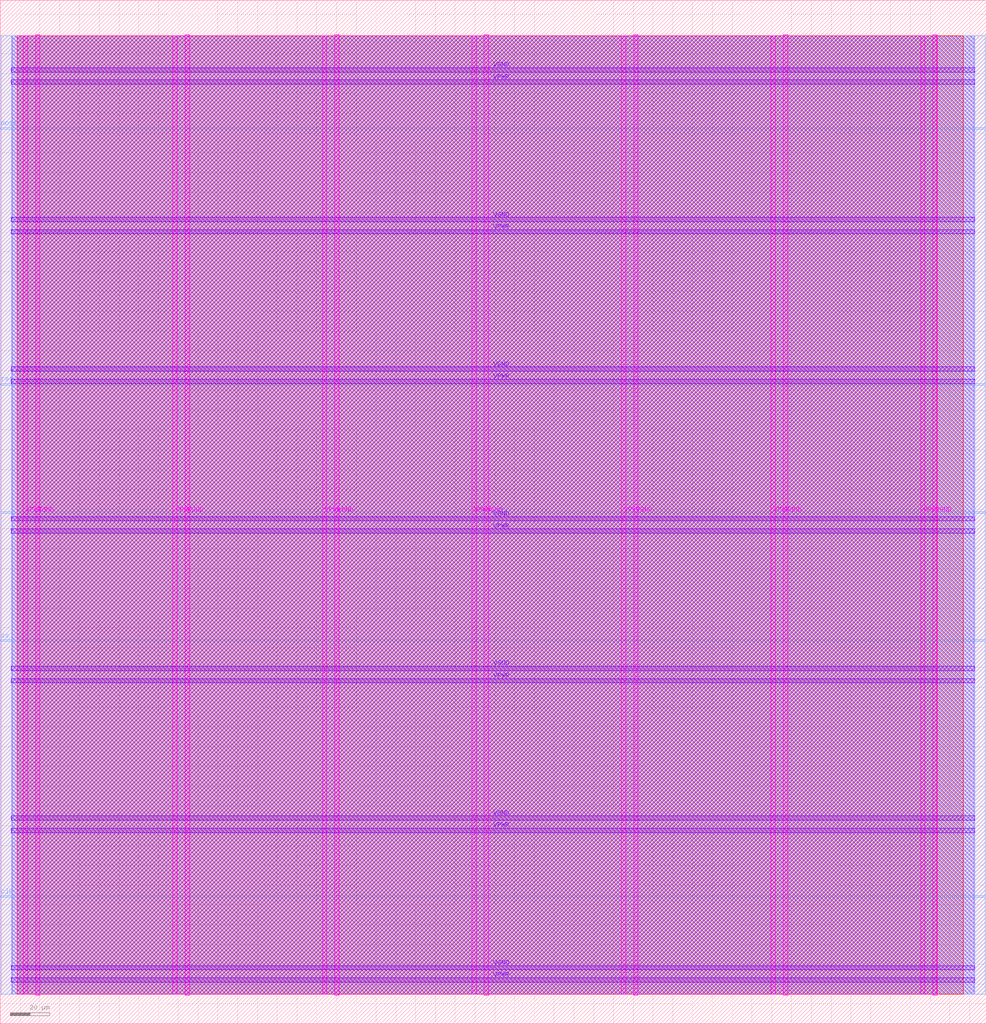
<source format=lef>
VERSION 5.7 ;
  NOWIREEXTENSIONATPIN ON ;
  DIVIDERCHAR "/" ;
  BUSBITCHARS "[]" ;
MACRO bfloat16_spi_top
  CLASS BLOCK ;
  FOREIGN bfloat16_spi_top ;
  ORIGIN 0.000 0.000 ;
  SIZE 498.415 BY 517.135 ;
  PIN VGND
    DIRECTION INOUT ;
    USE GROUND ;
    PORT
      LAYER TopMetal1 ;
        RECT 17.860 14.490 20.060 499.590 ;
    END
    PORT
      LAYER TopMetal1 ;
        RECT 93.460 14.490 95.660 499.590 ;
    END
    PORT
      LAYER TopMetal1 ;
        RECT 169.060 14.490 171.260 499.590 ;
    END
    PORT
      LAYER TopMetal1 ;
        RECT 244.660 14.490 246.860 499.590 ;
    END
    PORT
      LAYER TopMetal1 ;
        RECT 320.260 14.490 322.460 499.590 ;
    END
    PORT
      LAYER TopMetal1 ;
        RECT 395.860 14.490 398.060 499.590 ;
    END
    PORT
      LAYER TopMetal1 ;
        RECT 471.460 14.490 473.660 499.590 ;
    END
    PORT
      LAYER TopMetal2 ;
        RECT 5.540 27.220 492.700 29.420 ;
    END
    PORT
      LAYER TopMetal2 ;
        RECT 5.540 102.820 492.700 105.020 ;
    END
    PORT
      LAYER TopMetal2 ;
        RECT 5.540 178.420 492.700 180.620 ;
    END
    PORT
      LAYER TopMetal2 ;
        RECT 5.540 254.020 492.700 256.220 ;
    END
    PORT
      LAYER TopMetal2 ;
        RECT 5.540 329.620 492.700 331.820 ;
    END
    PORT
      LAYER TopMetal2 ;
        RECT 5.540 405.220 492.700 407.420 ;
    END
    PORT
      LAYER TopMetal2 ;
        RECT 5.540 480.820 492.700 483.020 ;
    END
  END VGND
  PIN VPWR
    DIRECTION INOUT ;
    USE POWER ;
    PORT
      LAYER TopMetal1 ;
        RECT 11.660 14.900 13.860 499.180 ;
    END
    PORT
      LAYER TopMetal1 ;
        RECT 87.260 14.900 89.460 499.180 ;
    END
    PORT
      LAYER TopMetal1 ;
        RECT 162.860 14.900 165.060 499.180 ;
    END
    PORT
      LAYER TopMetal1 ;
        RECT 238.460 14.900 240.660 499.180 ;
    END
    PORT
      LAYER TopMetal1 ;
        RECT 314.060 14.900 316.260 499.180 ;
    END
    PORT
      LAYER TopMetal1 ;
        RECT 389.660 14.900 391.860 499.180 ;
    END
    PORT
      LAYER TopMetal1 ;
        RECT 465.260 14.900 467.460 499.180 ;
    END
    PORT
      LAYER TopMetal2 ;
        RECT 5.540 21.020 492.700 23.220 ;
    END
    PORT
      LAYER TopMetal2 ;
        RECT 5.540 96.620 492.700 98.820 ;
    END
    PORT
      LAYER TopMetal2 ;
        RECT 5.540 172.220 492.700 174.420 ;
    END
    PORT
      LAYER TopMetal2 ;
        RECT 5.540 247.820 492.700 250.020 ;
    END
    PORT
      LAYER TopMetal2 ;
        RECT 5.540 323.420 492.700 325.620 ;
    END
    PORT
      LAYER TopMetal2 ;
        RECT 5.540 399.020 492.700 401.220 ;
    END
    PORT
      LAYER TopMetal2 ;
        RECT 5.540 474.620 492.700 476.820 ;
    END
  END VPWR
  PIN clk
    DIRECTION INPUT ;
    USE SIGNAL ;
    ANTENNAGATEAREA 0.725400 ;
    PORT
      LAYER Metal3 ;
        RECT 0.000 64.060 0.400 64.460 ;
    END
  END clk
  PIN miso
    DIRECTION OUTPUT ;
    USE SIGNAL ;
    ANTENNADIFFAREA 0.708600 ;
    PORT
      LAYER Metal3 ;
        RECT 498.015 258.100 498.415 258.500 ;
    END
  END miso
  PIN mosi
    DIRECTION INPUT ;
    USE SIGNAL ;
    ANTENNAGATEAREA 0.213200 ;
    PORT
      LAYER Metal3 ;
        RECT 0.000 452.140 0.400 452.540 ;
    END
  END mosi
  PIN rst
    DIRECTION INPUT ;
    USE SIGNAL ;
    ANTENNAGATEAREA 0.180700 ;
    PORT
      LAYER Metal3 ;
        RECT 0.000 322.780 0.400 323.180 ;
    END
  END rst
  PIN ss
    DIRECTION INPUT ;
    USE SIGNAL ;
    ANTENNAGATEAREA 0.213200 ;
    PORT
      LAYER Metal3 ;
        RECT 0.000 193.420 0.400 193.820 ;
    END
  END ss
  OBS
      LAYER GatPoly ;
        RECT 5.760 14.970 492.480 499.110 ;
      LAYER Metal1 ;
        RECT 5.760 14.900 492.480 499.180 ;
      LAYER Metal2 ;
        RECT 6.135 14.975 492.105 499.105 ;
      LAYER Metal3 ;
        RECT 0.400 452.750 498.015 499.060 ;
        RECT 0.610 451.930 498.015 452.750 ;
        RECT 0.400 323.390 498.015 451.930 ;
        RECT 0.610 322.570 498.015 323.390 ;
        RECT 0.400 258.710 498.015 322.570 ;
        RECT 0.400 257.890 497.805 258.710 ;
        RECT 0.400 194.030 498.015 257.890 ;
        RECT 0.610 193.210 498.015 194.030 ;
        RECT 0.400 64.670 498.015 193.210 ;
        RECT 0.610 63.850 498.015 64.670 ;
        RECT 0.400 15.020 498.015 63.850 ;
      LAYER Metal4 ;
        RECT 8.535 14.975 486.820 499.105 ;
      LAYER Metal5 ;
        RECT 8.495 14.810 473.525 499.270 ;
  END
END bfloat16_spi_top
END LIBRARY


</source>
